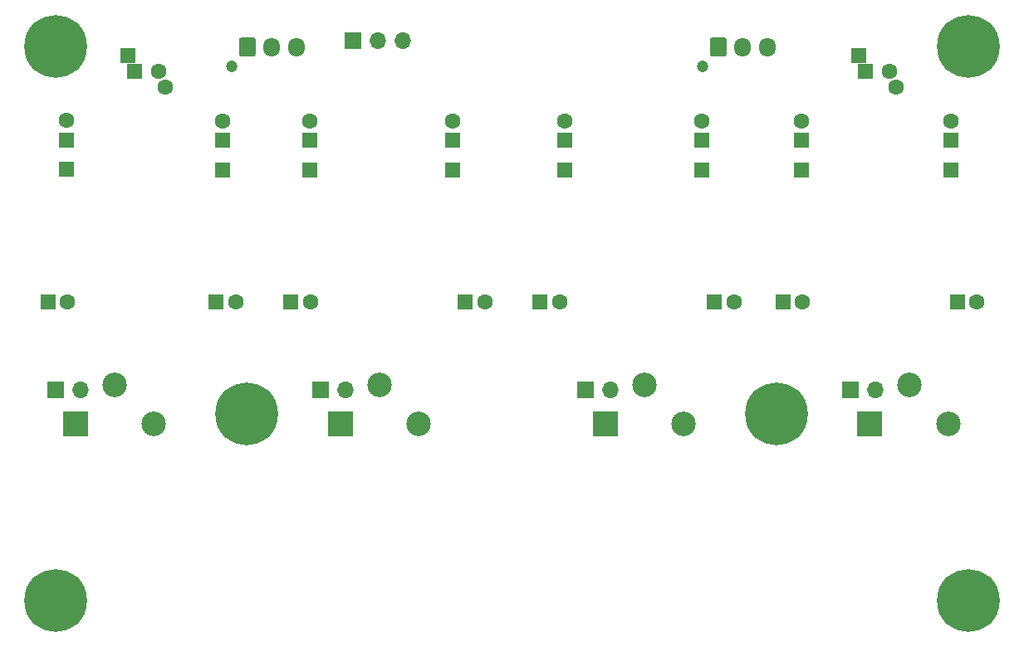
<source format=gbs>
%TF.GenerationSoftware,KiCad,Pcbnew,(5.1.9-0-10_14)*%
%TF.CreationDate,2022-01-19T22:12:48+09:00*%
%TF.ProjectId,BalancedDriverBoard,42616c61-6e63-4656-9444-726976657242,rev?*%
%TF.SameCoordinates,Original*%
%TF.FileFunction,Soldermask,Bot*%
%TF.FilePolarity,Negative*%
%FSLAX45Y45*%
G04 Gerber Fmt 4.5, Leading zero omitted, Abs format (unit mm)*
G04 Created by KiCad (PCBNEW (5.1.9-0-10_14)) date 2022-01-19 22:12:48*
%MOMM*%
%LPD*%
G01*
G04 APERTURE LIST*
%ADD10C,2.500000*%
%ADD11R,2.500000X2.500000*%
%ADD12R,1.600000X1.600000*%
%ADD13C,1.600000*%
%ADD14R,1.524000X1.524000*%
%ADD15C,6.400000*%
%ADD16C,1.200000*%
%ADD17O,1.700000X1.950000*%
%ADD18R,1.700000X1.700000*%
%ADD19O,1.700000X1.700000*%
%ADD20C,0.800000*%
G04 APERTURE END LIST*
D10*
X14050000Y-12399000D03*
X14450000Y-12800000D03*
D11*
X13650000Y-12800000D03*
X10950000Y-12800000D03*
D10*
X11750000Y-12800000D03*
X11350000Y-12399000D03*
D11*
X8250000Y-12800000D03*
D10*
X9050000Y-12800000D03*
X8650000Y-12399000D03*
X5950000Y-12399000D03*
X6350000Y-12800000D03*
D11*
X5550000Y-12800000D03*
D12*
X14478000Y-9906000D03*
D13*
X14478000Y-9706000D03*
D14*
X14478000Y-10206000D03*
D12*
X12954000Y-9906000D03*
D13*
X12954000Y-9706000D03*
D14*
X12954000Y-10206000D03*
X10541000Y-10206000D03*
D13*
X10541000Y-9706000D03*
D12*
X10541000Y-9906000D03*
X11938000Y-9906000D03*
D13*
X11938000Y-9706000D03*
D14*
X11938000Y-10206000D03*
X9398000Y-10206000D03*
D13*
X9398000Y-9706000D03*
D12*
X9398000Y-9906000D03*
D14*
X7937500Y-10206000D03*
D13*
X7937500Y-9706000D03*
D12*
X7937500Y-9906000D03*
X5461000Y-9900000D03*
D13*
X5461000Y-9700000D03*
D14*
X5461000Y-10200000D03*
X7048500Y-10206000D03*
D13*
X7048500Y-9706000D03*
D12*
X7048500Y-9906000D03*
D13*
X12963500Y-11557000D03*
D12*
X12763500Y-11557000D03*
X10287000Y-11557000D03*
D13*
X10487000Y-11557000D03*
D12*
X7747000Y-11557000D03*
D13*
X7947000Y-11557000D03*
D12*
X5270500Y-11557000D03*
D13*
X5470500Y-11557000D03*
D12*
X14541500Y-11557000D03*
D13*
X14741500Y-11557000D03*
X12265000Y-11557000D03*
D12*
X12065000Y-11557000D03*
D13*
X9725000Y-11557000D03*
D12*
X9525000Y-11557000D03*
D13*
X7185000Y-11557000D03*
D12*
X6985000Y-11557000D03*
X13600000Y-9200000D03*
D13*
X13850000Y-9200000D03*
D12*
X13532906Y-9040000D03*
D13*
X13917094Y-9360000D03*
X6467094Y-9360000D03*
D12*
X6082906Y-9040000D03*
D13*
X6400000Y-9200000D03*
D12*
X6150000Y-9200000D03*
D15*
X12700000Y-12700000D03*
X5350000Y-8950000D03*
X14650000Y-8950000D03*
D16*
X11943100Y-9153500D03*
D17*
X12603100Y-8953500D03*
X12353100Y-8953500D03*
G36*
G01*
X12018100Y-9026000D02*
X12018100Y-8881000D01*
G75*
G02*
X12043100Y-8856000I25000J0D01*
G01*
X12163100Y-8856000D01*
G75*
G02*
X12188100Y-8881000I0J-25000D01*
G01*
X12188100Y-9026000D01*
G75*
G02*
X12163100Y-9051000I-25000J0D01*
G01*
X12043100Y-9051000D01*
G75*
G02*
X12018100Y-9026000I0J25000D01*
G01*
G37*
G36*
G01*
X7217500Y-9026000D02*
X7217500Y-8881000D01*
G75*
G02*
X7242500Y-8856000I25000J0D01*
G01*
X7362500Y-8856000D01*
G75*
G02*
X7387500Y-8881000I0J-25000D01*
G01*
X7387500Y-9026000D01*
G75*
G02*
X7362500Y-9051000I-25000J0D01*
G01*
X7242500Y-9051000D01*
G75*
G02*
X7217500Y-9026000I0J25000D01*
G01*
G37*
X7552500Y-8953500D03*
X7802500Y-8953500D03*
D16*
X7142500Y-9153500D03*
D18*
X8382000Y-8890000D03*
D19*
X8636000Y-8890000D03*
X8890000Y-8890000D03*
D20*
X14819706Y-14430294D03*
X14650000Y-14360000D03*
X14480294Y-14430294D03*
X14410000Y-14600000D03*
X14480294Y-14769706D03*
X14650000Y-14840000D03*
X14819706Y-14769706D03*
X14890000Y-14600000D03*
D15*
X14650000Y-14600000D03*
X7300000Y-12700000D03*
X5350000Y-14600000D03*
D19*
X13704000Y-12450000D03*
D18*
X13450000Y-12450000D03*
X10750000Y-12450000D03*
D19*
X11004000Y-12450000D03*
X8304000Y-12450000D03*
D18*
X8050000Y-12450000D03*
X5350000Y-12450000D03*
D19*
X5604000Y-12450000D03*
M02*

</source>
